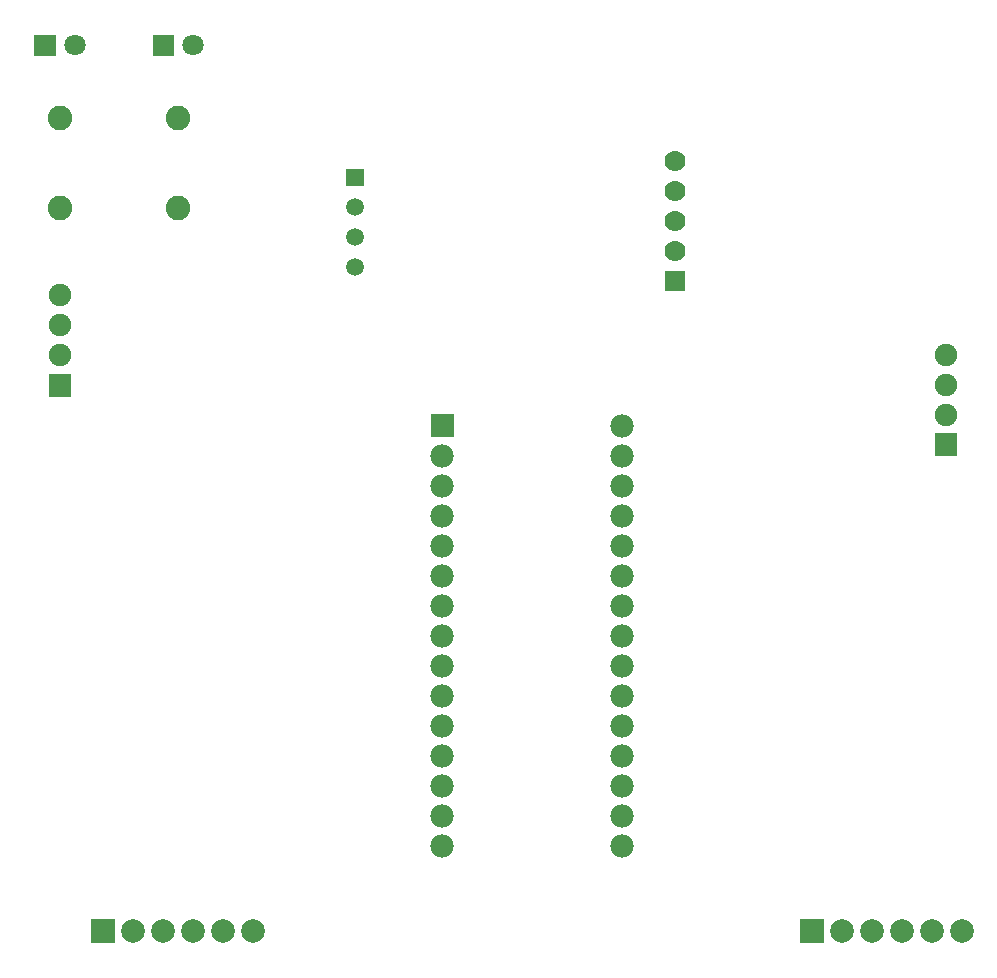
<source format=gts>
G04 Layer: TopSolderMaskLayer*
G04 EasyEDA v6.3.22, 2020-03-31T08:42:04+02:00*
G04 b3c3d6b0667040ab911614f37c22b570,3b99274aeb534a2f9f455a051d55cec3,10*
G04 Gerber Generator version 0.2*
G04 Scale: 100 percent, Rotated: No, Reflected: No *
G04 Dimensions in millimeters *
G04 leading zeros omitted , absolute positions ,3 integer and 3 decimal *
%FSLAX33Y33*%
%MOMM*%
G90*
G71D02*

%ADD20R,1.778000X1.778000*%
%ADD21C,1.778000*%
%ADD30C,1.498600*%
%ADD32C,1.903197*%
%ADD33C,2.003196*%
%ADD36C,1.981200*%
%ADD38C,1.803197*%
%ADD39C,2.082800*%

%LPD*%
G54D21*
G01X62103Y70155D03*
G01X62103Y67615D03*
G01X62103Y65075D03*
G01X62103Y62535D03*
G54D20*
G01X62103Y59995D03*
G36*
G01X34251Y68059D02*
G01X34251Y69558D01*
G01X35750Y69558D01*
G01X35750Y68059D01*
G01X34251Y68059D01*
G37*
G54D30*
G01X35000Y66270D03*
G01X35000Y63730D03*
G01X35000Y61190D03*
G36*
G01X9047Y50238D02*
G01X9047Y52141D01*
G01X10952Y52141D01*
G01X10952Y50238D01*
G01X9047Y50238D01*
G37*
G54D32*
G01X9999Y53730D03*
G01X9999Y56270D03*
G01X9999Y58810D03*
G36*
G01X84048Y45237D02*
G01X84048Y47142D01*
G01X85951Y47142D01*
G01X85951Y45237D01*
G01X84048Y45237D01*
G37*
G01X85000Y48730D03*
G01X85000Y51270D03*
G01X85000Y53810D03*
G54D33*
G01X26349Y4999D03*
G01X23809Y4999D03*
G01X21269Y4999D03*
G01X18729Y4999D03*
G01X16189Y4999D03*
G36*
G01X12649Y3998D02*
G01X12649Y6002D01*
G01X14650Y6002D01*
G01X14650Y3998D01*
G01X12649Y3998D01*
G37*
G36*
G01X41389Y46789D02*
G01X41389Y48770D01*
G01X43370Y48770D01*
G01X43370Y46789D01*
G01X41389Y46789D01*
G37*
G54D36*
G01X42379Y45239D03*
G01X42379Y42699D03*
G01X42379Y40159D03*
G01X42379Y37619D03*
G01X42379Y35079D03*
G01X42379Y32539D03*
G01X42379Y29999D03*
G01X42379Y27459D03*
G01X42379Y24919D03*
G01X42379Y22379D03*
G01X42379Y19839D03*
G01X42379Y17299D03*
G01X42379Y14759D03*
G01X42379Y12219D03*
G01X57619Y47779D03*
G01X57619Y45239D03*
G01X57619Y42699D03*
G01X57619Y40159D03*
G01X57619Y37619D03*
G01X57619Y35079D03*
G01X57619Y32539D03*
G01X57619Y29999D03*
G01X57619Y27459D03*
G01X57619Y24919D03*
G01X57619Y22379D03*
G01X57619Y19839D03*
G01X57619Y17299D03*
G01X57619Y14759D03*
G01X57619Y12219D03*
G36*
G01X17828Y79098D02*
G01X17828Y80901D01*
G01X19631Y80901D01*
G01X19631Y79098D01*
G01X17828Y79098D01*
G37*
G54D38*
G01X21269Y80000D03*
G36*
G01X7828Y79098D02*
G01X7828Y80901D01*
G01X9631Y80901D01*
G01X9631Y79098D01*
G01X7828Y79098D01*
G37*
G01X11269Y80000D03*
G54D33*
G01X86350Y4999D03*
G01X83810Y4999D03*
G01X81270Y4999D03*
G01X78730Y4999D03*
G01X76190Y4999D03*
G36*
G01X72649Y3998D02*
G01X72649Y6002D01*
G01X74650Y6002D01*
G01X74650Y3998D01*
G01X72649Y3998D01*
G37*
G54D39*
G01X19999Y73810D03*
G01X19999Y66190D03*
G01X9999Y73810D03*
G01X9999Y66190D03*
M00*
M02*

</source>
